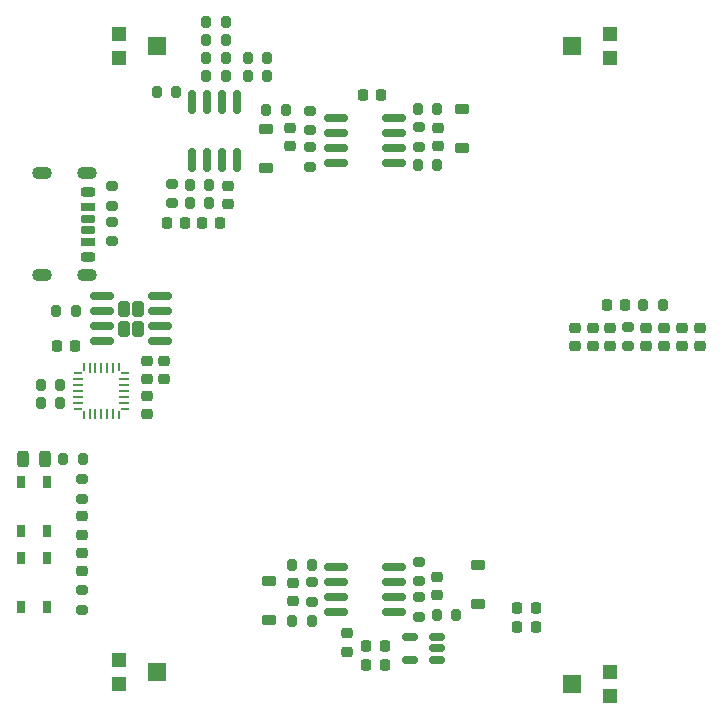
<source format=gbr>
%TF.GenerationSoftware,KiCad,Pcbnew,9.0.5*%
%TF.CreationDate,2025-11-10T23:46:22+08:00*%
%TF.ProjectId,ms,6d732e6b-6963-4616-945f-706362585858,rev?*%
%TF.SameCoordinates,Original*%
%TF.FileFunction,Paste,Top*%
%TF.FilePolarity,Positive*%
%FSLAX46Y46*%
G04 Gerber Fmt 4.6, Leading zero omitted, Abs format (unit mm)*
G04 Created by KiCad (PCBNEW 9.0.5) date 2025-11-10 23:46:22*
%MOMM*%
%LPD*%
G01*
G04 APERTURE LIST*
G04 Aperture macros list*
%AMRoundRect*
0 Rectangle with rounded corners*
0 $1 Rounding radius*
0 $2 $3 $4 $5 $6 $7 $8 $9 X,Y pos of 4 corners*
0 Add a 4 corners polygon primitive as box body*
4,1,4,$2,$3,$4,$5,$6,$7,$8,$9,$2,$3,0*
0 Add four circle primitives for the rounded corners*
1,1,$1+$1,$2,$3*
1,1,$1+$1,$4,$5*
1,1,$1+$1,$6,$7*
1,1,$1+$1,$8,$9*
0 Add four rect primitives between the rounded corners*
20,1,$1+$1,$2,$3,$4,$5,0*
20,1,$1+$1,$4,$5,$6,$7,0*
20,1,$1+$1,$6,$7,$8,$9,0*
20,1,$1+$1,$8,$9,$2,$3,0*%
%AMFreePoly0*
4,1,14,0.230680,0.111820,0.364320,-0.021820,0.377500,-0.053640,0.377500,-0.080000,0.364320,-0.111820,0.332500,-0.125000,-0.332500,-0.125000,-0.364320,-0.111820,-0.377500,-0.080000,-0.377500,0.080000,-0.364320,0.111820,-0.332500,0.125000,0.198860,0.125000,0.230680,0.111820,0.230680,0.111820,$1*%
%AMFreePoly1*
4,1,14,0.364320,0.111820,0.377500,0.080000,0.377500,0.053640,0.364320,0.021820,0.230680,-0.111820,0.198860,-0.125000,-0.332500,-0.125000,-0.364320,-0.111820,-0.377500,-0.080000,-0.377500,0.080000,-0.364320,0.111820,-0.332500,0.125000,0.332500,0.125000,0.364320,0.111820,0.364320,0.111820,$1*%
%AMFreePoly2*
4,1,14,0.111820,0.364320,0.125000,0.332500,0.125000,-0.332500,0.111820,-0.364320,0.080000,-0.377500,-0.080000,-0.377500,-0.111820,-0.364320,-0.125000,-0.332500,-0.125000,0.198860,-0.111820,0.230680,0.021820,0.364320,0.053640,0.377500,0.080000,0.377500,0.111820,0.364320,0.111820,0.364320,$1*%
%AMFreePoly3*
4,1,14,-0.021820,0.364320,0.111820,0.230680,0.125000,0.198860,0.125000,-0.332500,0.111820,-0.364320,0.080000,-0.377500,-0.080000,-0.377500,-0.111820,-0.364320,-0.125000,-0.332500,-0.125000,0.332500,-0.111820,0.364320,-0.080000,0.377500,-0.053640,0.377500,-0.021820,0.364320,-0.021820,0.364320,$1*%
%AMFreePoly4*
4,1,14,0.364320,0.111820,0.377500,0.080000,0.377500,-0.080000,0.364320,-0.111820,0.332500,-0.125000,-0.198860,-0.125000,-0.230680,-0.111820,-0.364320,0.021820,-0.377500,0.053640,-0.377500,0.080000,-0.364320,0.111820,-0.332500,0.125000,0.332500,0.125000,0.364320,0.111820,0.364320,0.111820,$1*%
%AMFreePoly5*
4,1,14,0.364320,0.111820,0.377500,0.080000,0.377500,-0.080000,0.364320,-0.111820,0.332500,-0.125000,-0.332500,-0.125000,-0.364320,-0.111820,-0.377500,-0.080000,-0.377500,-0.053640,-0.364320,-0.021820,-0.230680,0.111820,-0.198860,0.125000,0.332500,0.125000,0.364320,0.111820,0.364320,0.111820,$1*%
%AMFreePoly6*
4,1,14,0.111820,0.364320,0.125000,0.332500,0.125000,-0.198860,0.111820,-0.230680,-0.021820,-0.364320,-0.053640,-0.377500,-0.080000,-0.377500,-0.111820,-0.364320,-0.125000,-0.332500,-0.125000,0.332500,-0.111820,0.364320,-0.080000,0.377500,0.080000,0.377500,0.111820,0.364320,0.111820,0.364320,$1*%
%AMFreePoly7*
4,1,14,0.111820,0.364320,0.125000,0.332500,0.125000,-0.332500,0.111820,-0.364320,0.080000,-0.377500,0.053640,-0.377500,0.021820,-0.364320,-0.111820,-0.230680,-0.125000,-0.198860,-0.125000,0.332500,-0.111820,0.364320,-0.080000,0.377500,0.080000,0.377500,0.111820,0.364320,0.111820,0.364320,$1*%
G04 Aperture macros list end*
%ADD10RoundRect,0.242500X-0.242500X-0.422500X0.242500X-0.422500X0.242500X0.422500X-0.242500X0.422500X0*%
%ADD11RoundRect,0.150000X-0.825000X-0.150000X0.825000X-0.150000X0.825000X0.150000X-0.825000X0.150000X0*%
%ADD12RoundRect,0.200000X0.200000X0.275000X-0.200000X0.275000X-0.200000X-0.275000X0.200000X-0.275000X0*%
%ADD13RoundRect,0.200000X-0.275000X0.200000X-0.275000X-0.200000X0.275000X-0.200000X0.275000X0.200000X0*%
%ADD14RoundRect,0.200000X0.275000X-0.200000X0.275000X0.200000X-0.275000X0.200000X-0.275000X-0.200000X0*%
%ADD15RoundRect,0.175000X-0.425000X0.175000X-0.425000X-0.175000X0.425000X-0.175000X0.425000X0.175000X0*%
%ADD16RoundRect,0.190000X0.410000X-0.190000X0.410000X0.190000X-0.410000X0.190000X-0.410000X-0.190000X0*%
%ADD17RoundRect,0.200000X0.400000X-0.200000X0.400000X0.200000X-0.400000X0.200000X-0.400000X-0.200000X0*%
%ADD18RoundRect,0.175000X0.425000X-0.175000X0.425000X0.175000X-0.425000X0.175000X-0.425000X-0.175000X0*%
%ADD19RoundRect,0.190000X-0.410000X0.190000X-0.410000X-0.190000X0.410000X-0.190000X0.410000X0.190000X0*%
%ADD20RoundRect,0.200000X-0.400000X0.200000X-0.400000X-0.200000X0.400000X-0.200000X0.400000X0.200000X0*%
%ADD21O,1.700000X1.100000*%
%ADD22RoundRect,0.225000X-0.250000X0.225000X-0.250000X-0.225000X0.250000X-0.225000X0.250000X0.225000X0*%
%ADD23RoundRect,0.225000X0.250000X-0.225000X0.250000X0.225000X-0.250000X0.225000X-0.250000X-0.225000X0*%
%ADD24RoundRect,0.225000X0.225000X0.250000X-0.225000X0.250000X-0.225000X-0.250000X0.225000X-0.250000X0*%
%ADD25RoundRect,0.150000X0.825000X0.150000X-0.825000X0.150000X-0.825000X-0.150000X0.825000X-0.150000X0*%
%ADD26RoundRect,0.225000X0.375000X-0.225000X0.375000X0.225000X-0.375000X0.225000X-0.375000X-0.225000X0*%
%ADD27RoundRect,0.200000X-0.200000X-0.275000X0.200000X-0.275000X0.200000X0.275000X-0.200000X0.275000X0*%
%ADD28R,1.200000X1.200000*%
%ADD29R,1.500000X1.600000*%
%ADD30R,0.650000X1.050000*%
%ADD31RoundRect,0.225000X-0.225000X-0.250000X0.225000X-0.250000X0.225000X0.250000X-0.225000X0.250000X0*%
%ADD32FreePoly0,180.000000*%
%ADD33RoundRect,0.062500X0.375000X0.062500X-0.375000X0.062500X-0.375000X-0.062500X0.375000X-0.062500X0*%
%ADD34FreePoly1,180.000000*%
%ADD35FreePoly2,180.000000*%
%ADD36RoundRect,0.062500X0.062500X0.375000X-0.062500X0.375000X-0.062500X-0.375000X0.062500X-0.375000X0*%
%ADD37FreePoly3,180.000000*%
%ADD38FreePoly4,180.000000*%
%ADD39FreePoly5,180.000000*%
%ADD40FreePoly6,180.000000*%
%ADD41FreePoly7,180.000000*%
%ADD42RoundRect,0.150000X0.512500X0.150000X-0.512500X0.150000X-0.512500X-0.150000X0.512500X-0.150000X0*%
%ADD43RoundRect,0.225000X-0.375000X0.225000X-0.375000X-0.225000X0.375000X-0.225000X0.375000X0.225000X0*%
%ADD44RoundRect,0.150000X-0.150000X0.825000X-0.150000X-0.825000X0.150000X-0.825000X0.150000X0.825000X0*%
%ADD45RoundRect,0.243750X-0.243750X-0.456250X0.243750X-0.456250X0.243750X0.456250X-0.243750X0.456250X0*%
G04 APERTURE END LIST*
D10*
%TO.C,U6*%
X130025000Y-100125000D03*
X130025000Y-101775000D03*
X131225000Y-100125000D03*
X131225000Y-101775000D03*
D11*
X128150000Y-99045000D03*
X128150000Y-100315000D03*
X128150000Y-101585000D03*
X128150000Y-102855000D03*
X133100000Y-102855000D03*
X133100000Y-101585000D03*
X133100000Y-100315000D03*
X133100000Y-99045000D03*
%TD*%
D12*
%TO.C,R32*%
X125950000Y-100250000D03*
X124300000Y-100250000D03*
%TD*%
D13*
%TO.C,R31*%
X129025000Y-92725000D03*
X129025000Y-94375000D03*
%TD*%
D14*
%TO.C,R30*%
X129025000Y-91375000D03*
X129025000Y-89725000D03*
%TD*%
D15*
%TO.C,J3*%
X126980000Y-92450000D03*
D16*
X126980000Y-94470000D03*
D17*
X126980000Y-95700000D03*
D18*
X126980000Y-93450000D03*
D19*
X126980000Y-91430000D03*
D20*
X126980000Y-90200000D03*
D21*
X126900000Y-88630000D03*
X123100000Y-88630000D03*
X126900000Y-97270000D03*
X123100000Y-97270000D03*
%TD*%
D22*
%TO.C,C27*%
X133425000Y-104475000D03*
X133425000Y-106025000D03*
%TD*%
D23*
%TO.C,C26*%
X132025000Y-106025000D03*
X132025000Y-104475000D03*
%TD*%
D24*
%TO.C,C25*%
X125900000Y-103250000D03*
X124350000Y-103250000D03*
%TD*%
D12*
%TO.C,R25*%
X124900000Y-112850000D03*
X126550000Y-112850000D03*
%TD*%
D22*
%TO.C,C10*%
X126525000Y-119225000D03*
X126525000Y-117675000D03*
%TD*%
D13*
%TO.C,R23*%
X126525000Y-116175000D03*
X126525000Y-114525000D03*
%TD*%
D22*
%TO.C,C21*%
X175725000Y-103225000D03*
X175725000Y-101675000D03*
%TD*%
D13*
%TO.C,R10*%
X155025000Y-121525000D03*
X155025000Y-123175000D03*
%TD*%
D25*
%TO.C,U4*%
X147950000Y-125755000D03*
X147950000Y-124485000D03*
X147950000Y-123215000D03*
X147950000Y-121945000D03*
X152900000Y-121945000D03*
X152900000Y-123215000D03*
X152900000Y-124485000D03*
X152900000Y-125755000D03*
%TD*%
D26*
%TO.C,D39*%
X142325000Y-123150000D03*
X142325000Y-126450000D03*
%TD*%
D27*
%TO.C,R9*%
X145950000Y-126550000D03*
X144300000Y-126550000D03*
%TD*%
%TO.C,R7*%
X145950000Y-121750000D03*
X144300000Y-121750000D03*
%TD*%
D22*
%TO.C,C4*%
X144325000Y-124825000D03*
X144325000Y-123275000D03*
%TD*%
D13*
%TO.C,R8*%
X145925000Y-124875000D03*
X145925000Y-123225000D03*
%TD*%
D28*
%TO.C,RV4*%
X129625000Y-129850000D03*
D29*
X132875000Y-130850000D03*
D28*
X129625000Y-131850000D03*
%TD*%
D30*
%TO.C,SW2*%
X123500000Y-114775000D03*
X123500000Y-118925000D03*
X121350000Y-114775000D03*
X121350000Y-118900000D03*
%TD*%
D24*
%TO.C,C3*%
X151800000Y-81950000D03*
X150250000Y-81950000D03*
%TD*%
D12*
%TO.C,R17*%
X138650000Y-75850000D03*
X137000000Y-75850000D03*
%TD*%
D27*
%TO.C,R21*%
X135600000Y-91150000D03*
X137250000Y-91150000D03*
%TD*%
D12*
%TO.C,R12*%
X158150000Y-126050000D03*
X156500000Y-126050000D03*
%TD*%
%TO.C,R4*%
X156550000Y-87950000D03*
X154900000Y-87950000D03*
%TD*%
D31*
%TO.C,C15*%
X163350000Y-125450000D03*
X164900000Y-125450000D03*
%TD*%
D32*
%TO.C,U2*%
X130122500Y-108550000D03*
D33*
X130062500Y-108050000D03*
X130062500Y-107550000D03*
X130062500Y-107050000D03*
X130062500Y-106550000D03*
X130062500Y-106050000D03*
D34*
X130122500Y-105550000D03*
D35*
X129625000Y-105052500D03*
D36*
X129125000Y-105112500D03*
X128625000Y-105112500D03*
X128125000Y-105112500D03*
X127625000Y-105112500D03*
X127125000Y-105112500D03*
D37*
X126625000Y-105052500D03*
D38*
X126127500Y-105550000D03*
D33*
X126187500Y-106050000D03*
X126187500Y-106550000D03*
X126187500Y-107050000D03*
X126187500Y-107550000D03*
X126187500Y-108050000D03*
D39*
X126127500Y-108550000D03*
D40*
X126625000Y-109047500D03*
D36*
X127125000Y-108987500D03*
X127625000Y-108987500D03*
X128125000Y-108987500D03*
X128625000Y-108987500D03*
X129125000Y-108987500D03*
D41*
X129625000Y-109047500D03*
%TD*%
D22*
%TO.C,C20*%
X168225000Y-101675000D03*
X168225000Y-103225000D03*
%TD*%
D42*
%TO.C,U1*%
X156562500Y-129800000D03*
X156562500Y-128850000D03*
X156562500Y-127900000D03*
X154287500Y-127900000D03*
X154287500Y-129800000D03*
%TD*%
D22*
%TO.C,C22*%
X174215000Y-101675000D03*
X174215000Y-103225000D03*
%TD*%
D28*
%TO.C,RV2*%
X171225000Y-78850000D03*
D29*
X167975000Y-77850000D03*
D28*
X171225000Y-76850000D03*
%TD*%
%TO.C,RV3*%
X171225000Y-132853535D03*
D29*
X167975000Y-131853535D03*
D28*
X171225000Y-130853535D03*
%TD*%
D12*
%TO.C,R6*%
X156550000Y-83150000D03*
X154900000Y-83150000D03*
%TD*%
D23*
%TO.C,C18*%
X177325000Y-103225000D03*
X177325000Y-101675000D03*
%TD*%
D31*
%TO.C,C16*%
X163350000Y-127050000D03*
X164900000Y-127050000D03*
%TD*%
D13*
%TO.C,R11*%
X155025000Y-124525000D03*
X155025000Y-126175000D03*
%TD*%
D23*
%TO.C,C11*%
X126525000Y-122325000D03*
X126525000Y-120775000D03*
%TD*%
D26*
%TO.C,D40*%
X160025000Y-125100000D03*
X160025000Y-121800000D03*
%TD*%
D27*
%TO.C,R27*%
X123000000Y-108050000D03*
X124650000Y-108050000D03*
%TD*%
D22*
%TO.C,C6*%
X148925000Y-127575000D03*
X148925000Y-129125000D03*
%TD*%
D14*
%TO.C,R24*%
X126525000Y-125575000D03*
X126525000Y-123925000D03*
%TD*%
D24*
%TO.C,C7*%
X135200000Y-92850000D03*
X133650000Y-92850000D03*
%TD*%
D22*
%TO.C,C19*%
X169725000Y-101675000D03*
X169725000Y-103225000D03*
%TD*%
D23*
%TO.C,C17*%
X178825000Y-103225000D03*
X178825000Y-101675000D03*
%TD*%
D24*
%TO.C,C24*%
X172500000Y-99750000D03*
X170950000Y-99750000D03*
%TD*%
D27*
%TO.C,R22*%
X135600000Y-89650000D03*
X137250000Y-89650000D03*
%TD*%
%TO.C,R28*%
X123000000Y-106550000D03*
X124650000Y-106550000D03*
%TD*%
D12*
%TO.C,R14*%
X142150000Y-78850000D03*
X140500000Y-78850000D03*
%TD*%
D22*
%TO.C,C9*%
X138825000Y-89675000D03*
X138825000Y-91225000D03*
%TD*%
D14*
%TO.C,R26*%
X172725000Y-103275000D03*
X172725000Y-101625000D03*
%TD*%
D43*
%TO.C,D37*%
X142025000Y-84900000D03*
X142025000Y-88200000D03*
%TD*%
D13*
%TO.C,R20*%
X134125000Y-89525000D03*
X134125000Y-91175000D03*
%TD*%
D14*
%TO.C,R5*%
X155025000Y-86375000D03*
X155025000Y-84725000D03*
%TD*%
D22*
%TO.C,C23*%
X171225000Y-101675000D03*
X171225000Y-103225000D03*
%TD*%
D27*
%TO.C,R3*%
X142100000Y-83250000D03*
X143750000Y-83250000D03*
%TD*%
D24*
%TO.C,C13*%
X152100000Y-128650000D03*
X150550000Y-128650000D03*
%TD*%
D22*
%TO.C,C5*%
X156525000Y-122775000D03*
X156525000Y-124325000D03*
%TD*%
D12*
%TO.C,R16*%
X138650000Y-78850000D03*
X137000000Y-78850000D03*
%TD*%
D24*
%TO.C,C14*%
X152100000Y-130250000D03*
X150550000Y-130250000D03*
%TD*%
D43*
%TO.C,D38*%
X158625000Y-83200000D03*
X158625000Y-86500000D03*
%TD*%
D23*
%TO.C,C2*%
X156625000Y-86325000D03*
X156625000Y-84775000D03*
%TD*%
D44*
%TO.C,U5*%
X139630000Y-82575000D03*
X138360000Y-82575000D03*
X137090000Y-82575000D03*
X135820000Y-82575000D03*
X135820000Y-87525000D03*
X137090000Y-87525000D03*
X138360000Y-87525000D03*
X139630000Y-87525000D03*
%TD*%
D30*
%TO.C,SW1*%
X123500000Y-121175000D03*
X123500000Y-125325000D03*
X121350000Y-121175000D03*
X121350000Y-125300000D03*
%TD*%
D28*
%TO.C,RV1*%
X129625000Y-76850000D03*
D29*
X132875000Y-77850000D03*
D28*
X129625000Y-78850000D03*
%TD*%
D31*
%TO.C,C8*%
X136650000Y-92850000D03*
X138200000Y-92850000D03*
%TD*%
D23*
%TO.C,C1*%
X144125000Y-86325000D03*
X144125000Y-84775000D03*
%TD*%
D27*
%TO.C,R29*%
X174000000Y-99750000D03*
X175650000Y-99750000D03*
%TD*%
D12*
%TO.C,R15*%
X138650000Y-77350000D03*
X137000000Y-77350000D03*
%TD*%
%TO.C,R19*%
X134450000Y-81750000D03*
X132800000Y-81750000D03*
%TD*%
D14*
%TO.C,R2*%
X145825000Y-88075000D03*
X145825000Y-86425000D03*
%TD*%
D12*
%TO.C,R18*%
X138650000Y-80350000D03*
X137000000Y-80350000D03*
%TD*%
D27*
%TO.C,R13*%
X140500000Y-80350000D03*
X142150000Y-80350000D03*
%TD*%
D45*
%TO.C,D41*%
X121487500Y-112850000D03*
X123362500Y-112850000D03*
%TD*%
D11*
%TO.C,U3*%
X147950000Y-83945000D03*
X147950000Y-85215000D03*
X147950000Y-86485000D03*
X147950000Y-87755000D03*
X152900000Y-87755000D03*
X152900000Y-86485000D03*
X152900000Y-85215000D03*
X152900000Y-83945000D03*
%TD*%
D14*
%TO.C,R1*%
X145825000Y-84975000D03*
X145825000Y-83325000D03*
%TD*%
D23*
%TO.C,C12*%
X132025000Y-109025000D03*
X132025000Y-107475000D03*
%TD*%
M02*

</source>
